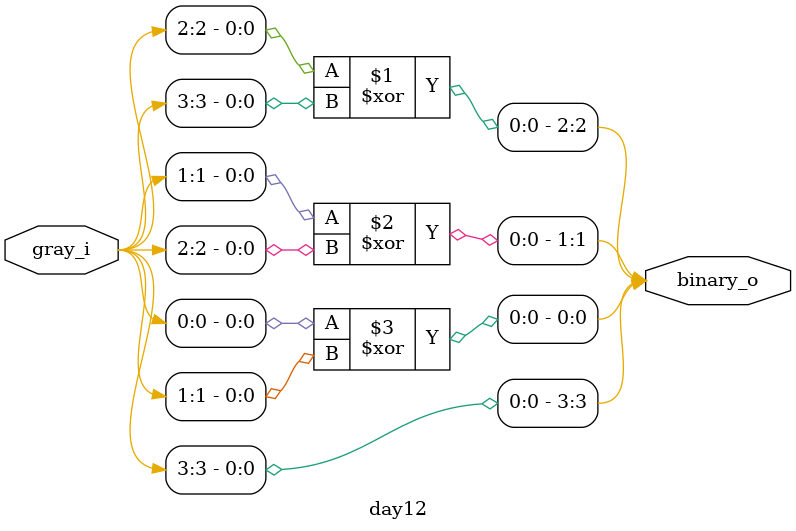
<source format=v>
module day12 #(
  parameter WIDTH = 4)
  (input wire [WIDTH -1:0] gray_i,
   output wire [WIDTH -1:0] binary_o);
  
  assign binary_o[WIDTH-1] = gray_i[WIDTH-1];
  
  genvar i;
  for(i=WIDTH-2; i>=0 ;i=i-1)
    assign binary_o[i] = gray_i[i] ^ gray_i[i+1];
  
endmodule
  
</source>
